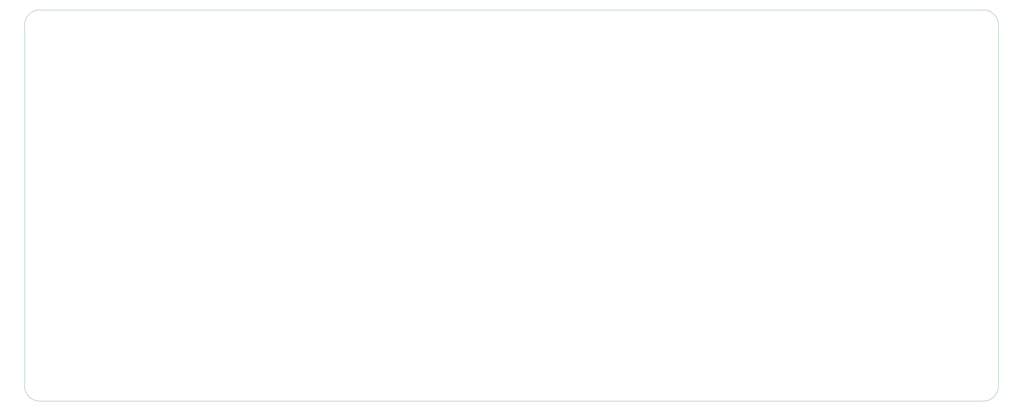
<source format=gm1>
%TF.GenerationSoftware,KiCad,Pcbnew,(6.0.5)*%
%TF.CreationDate,2022-06-12T15:49:35-04:00*%
%TF.ProjectId,pico_keyboard_v1,7069636f-5f6b-4657-9962-6f6172645f76,rev?*%
%TF.SameCoordinates,Original*%
%TF.FileFunction,Profile,NP*%
%FSLAX46Y46*%
G04 Gerber Fmt 4.6, Leading zero omitted, Abs format (unit mm)*
G04 Created by KiCad (PCBNEW (6.0.5)) date 2022-06-12 15:49:35*
%MOMM*%
%LPD*%
G01*
G04 APERTURE LIST*
%TA.AperFunction,Profile*%
%ADD10C,0.100000*%
%TD*%
G04 APERTURE END LIST*
D10*
X50000000Y-85000000D02*
X50000000Y-204250000D01*
X371800000Y-85000000D02*
X371800000Y-204250000D01*
X55000000Y-80000000D02*
X366800000Y-80000000D01*
X55000000Y-209250000D02*
X366800000Y-209250000D01*
X55000000Y-80000000D02*
G75*
G03*
X50000000Y-85000000I0J-5000000D01*
G01*
X371800000Y-85000000D02*
G75*
G03*
X366800000Y-80000000I-5000000J0D01*
G01*
X366800000Y-209250000D02*
G75*
G03*
X371800000Y-204250000I0J5000000D01*
G01*
X50000000Y-204250000D02*
G75*
G03*
X55000000Y-209250000I5000000J0D01*
G01*
M02*

</source>
